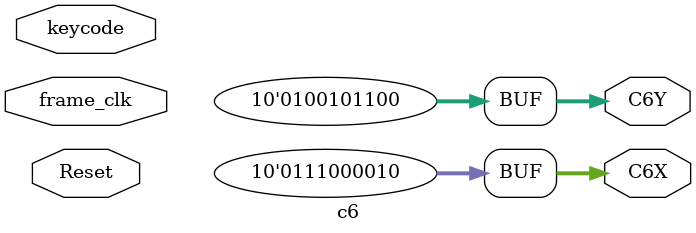
<source format=sv>



module  c6 ( input Reset, frame_clk, input [7:0] keycode,
               output [9:0]  C6X, C6Y);
    
       
    assign C6X = 450;
   
    assign C6Y = 300;
    

endmodule

</source>
